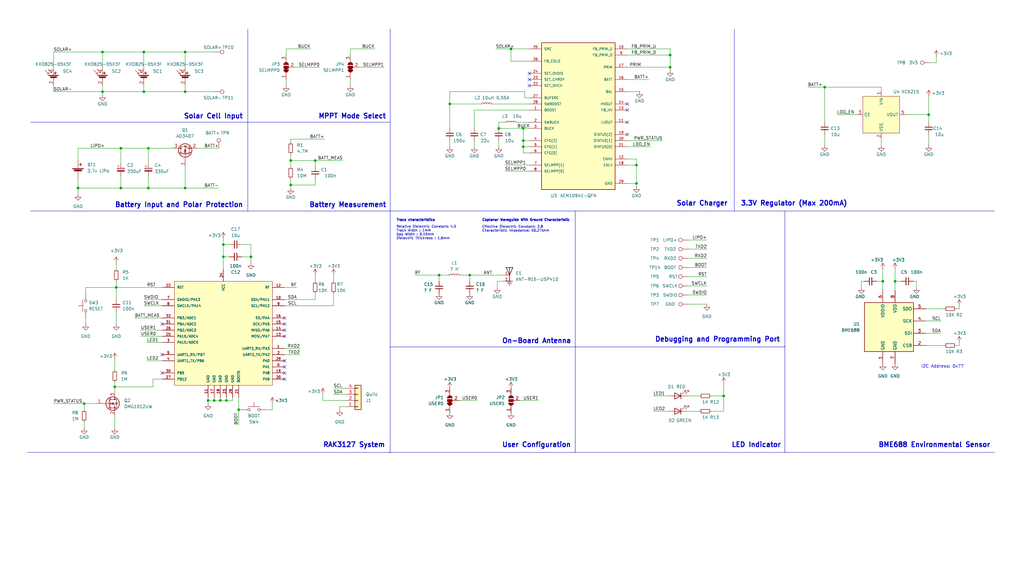
<source format=kicad_sch>
(kicad_sch (version 20230121) (generator eeschema)
  (paper "User" 424.993 240.995)
  (title_block (title "Teapot BWLR1E") (date "2022-10-22") (rev "4") (company "Teapot Laboratories"))
  (junction (at 217.17 60.96))
  (junction (at 264.16 76.2))
  (junction (at 34.925 167.64))
  (junction (at 207.01 53.34))
  (junction (at 212.09 20.32))
  (junction (at 76.835 38.1))
  (junction (at 217.17 53.34))
  (junction (at 182.245 114.3))
  (junction (at 50.165 78.105))
  (junction (at 120.65 66.675))
  (junction (at 47.625 160.655))
  (junction (at 59.69 21.59))
  (junction (at 42.545 21.59))
  (junction (at 86.36 166.37))
  (junction (at 50.165 61.595))
  (junction (at 385.445 47.625))
  (junction (at 91.44 166.37))
  (junction (at 104.14 106.68))
  (junction (at 59.69 38.1))
  (junction (at 76.835 78.105))
  (junction (at 42.545 38.1))
  (junction (at 61.595 61.595))
  (junction (at 32.385 78.105))
  (junction (at 278.13 22.86))
  (junction (at 88.9 166.37))
  (junction (at 130.81 66.675))
  (junction (at 264.16 68.58))
  (junction (at 366.395 116.84))
  (junction (at 300.355 164.465))
  (junction (at 194.945 114.3))
  (junction (at 76.835 21.59))
  (junction (at 278.13 27.94))
  (junction (at 371.475 116.84))
  (junction (at 99.06 170.18))
  (junction (at 48.26 119.38))
  (junction (at 342.265 36.195))
  (junction (at 61.595 78.105))
  (junction (at 92.71 101.6))
  (junction (at 92.71 106.68))
  (junction (at 120.65 76.835))
  (junction (at 93.98 166.37))
  (junction (at 186.69 43.18))
  (junction (at 217.17 58.42))
  (no_connect (at 219.71 33.02))
  (no_connect (at 219.71 35.56))
  (no_connect (at 219.71 30.48))
  (no_connect (at 260.35 50.8))
  (no_connect (at 260.35 45.72))
  (no_connect (at 260.35 55.88))
  (no_connect (at 118.11 154.94))
  (no_connect (at 118.11 157.48))
  (no_connect (at 260.35 43.18))
  (no_connect (at 118.11 152.4))
  (no_connect (at 67.31 147.32))
  (no_connect (at 67.31 154.94))
  (no_connect (at 67.31 134.62))
  (no_connect (at 118.11 149.86))
  (no_connect (at 118.11 137.16))
  (no_connect (at 118.11 139.7))
  (no_connect (at 118.11 134.62))
  (no_connect (at 118.11 132.08))
  (wire (pts (xy 278.13 22.86) (xy 278.13 27.94)))
  (wire (pts (xy 61.595 73.025) (xy 61.595 78.105)))
  (wire (pts (xy 260.35 27.94) (xy 278.13 27.94)))
  (wire (pts (xy 76.835 38.1) (xy 88.9 38.1)))
  (wire (pts (xy 398.145 127) (xy 398.145 128.27)))
  (wire (pts (xy 384.175 133.35) (xy 390.525 133.35)))
  (polyline (pts (xy 86.36 87.63) (xy 127 87.63)))
  (wire (pts (xy 81.915 61.595) (xy 90.805 61.595)))
  (wire (pts (xy 96.52 166.37) (xy 93.98 166.37)))
  (wire (pts (xy 35.56 121.92) (xy 35.56 119.38)))
  (wire (pts (xy 380.365 116.84) (xy 380.365 119.38)))
  (wire (pts (xy 145.415 20.32) (xy 145.415 22.86)))
  (wire (pts (xy 34.925 175.26) (xy 34.925 177.8)))
  (wire (pts (xy 42.545 38.1) (xy 42.545 39.37)))
  (wire (pts (xy 207.01 50.8) (xy 207.01 53.34)))
  (wire (pts (xy 22.225 167.64) (xy 34.925 167.64)))
  (wire (pts (xy 207.01 53.34) (xy 217.17 53.34)))
  (wire (pts (xy 59.69 21.59) (xy 59.69 27.94)))
  (wire (pts (xy 182.245 114.3) (xy 182.245 116.84)))
  (wire (pts (xy 260.35 38.1) (xy 265.43 38.1)))
  (wire (pts (xy 217.17 53.34) (xy 217.17 58.42)))
  (wire (pts (xy 285.115 164.465) (xy 290.195 164.465)))
  (wire (pts (xy 120.65 57.785) (xy 120.65 59.055)))
  (wire (pts (xy 99.06 170.18) (xy 99.06 176.53)))
  (wire (pts (xy 22.225 21.59) (xy 42.545 21.59)))
  (wire (pts (xy 194.945 114.3) (xy 194.945 116.84)))
  (wire (pts (xy 217.805 40.64) (xy 217.805 38.1)))
  (wire (pts (xy 138.43 121.92) (xy 138.43 127)))
  (polyline (pts (xy 304.8 12.065) (xy 304.8 87.63)))
  (wire (pts (xy 76.835 21.59) (xy 88.9 21.59)))
  (wire (pts (xy 130.81 66.675) (xy 130.81 69.215)))
  (wire (pts (xy 59.69 124.46) (xy 67.31 124.46)))
  (wire (pts (xy 104.14 101.6) (xy 104.14 106.68)))
  (wire (pts (xy 76.835 35.56) (xy 76.835 38.1)))
  (wire (pts (xy 145.415 33.02) (xy 145.415 35.56)))
  (wire (pts (xy 371.475 116.84) (xy 374.015 116.84)))
  (wire (pts (xy 120.65 66.675) (xy 130.81 66.675)))
  (wire (pts (xy 186.69 38.1) (xy 186.69 43.18)))
  (wire (pts (xy 206.375 116.84) (xy 208.915 116.84)))
  (wire (pts (xy 88.9 166.37) (xy 86.36 166.37)))
  (wire (pts (xy 398.145 143.51) (xy 396.875 143.51)))
  (wire (pts (xy 47.625 158.75) (xy 47.625 160.655)))
  (wire (pts (xy 155.575 20.32) (xy 145.415 20.32)))
  (wire (pts (xy 384.175 138.43) (xy 390.525 138.43)))
  (wire (pts (xy 342.265 36.195) (xy 342.265 50.8)))
  (wire (pts (xy 93.98 166.37) (xy 91.44 166.37)))
  (polyline (pts (xy 12.7 50.8) (xy 62.23 50.8)))
  (wire (pts (xy 182.245 114.3) (xy 186.055 114.3)))
  (wire (pts (xy 120.65 66.675) (xy 120.65 64.135)))
  (wire (pts (xy 190.5 166.37) (xy 198.12 166.37)))
  (wire (pts (xy 196.85 58.42) (xy 196.85 60.96)))
  (wire (pts (xy 63.5 157.48) (xy 67.31 157.48)))
  (polyline (pts (xy 238.76 187.96) (xy 325.755 187.96)))
  (wire (pts (xy 50.165 73.025) (xy 50.165 78.105)))
  (wire (pts (xy 59.69 21.59) (xy 76.835 21.59)))
  (wire (pts (xy 91.44 165.1) (xy 91.44 166.37)))
  (wire (pts (xy 219.71 60.96) (xy 217.17 60.96)))
  (wire (pts (xy 120.65 57.785) (xy 134.62 57.785)))
  (wire (pts (xy 366.395 111.76) (xy 366.395 116.84)))
  (wire (pts (xy 130.81 66.675) (xy 142.24 66.675)))
  (wire (pts (xy 385.445 55.88) (xy 385.445 60.325)))
  (wire (pts (xy 285.75 99.695) (xy 293.37 99.695)))
  (wire (pts (xy 120.65 74.295) (xy 120.65 76.835)))
  (wire (pts (xy 50.165 61.595) (xy 50.165 67.945)))
  (wire (pts (xy 92.71 106.68) (xy 92.71 111.76)))
  (wire (pts (xy 384.175 143.51) (xy 391.795 143.51)))
  (wire (pts (xy 358.775 116.84) (xy 357.505 116.84)))
  (wire (pts (xy 50.165 61.595) (xy 61.595 61.595)))
  (wire (pts (xy 209.55 71.12) (xy 219.71 71.12)))
  (wire (pts (xy 260.35 20.32) (xy 278.13 20.32)))
  (polyline (pts (xy 102.87 87.63) (xy 102.87 50.8)))
  (wire (pts (xy 186.69 43.18) (xy 199.39 43.18)))
  (wire (pts (xy 295.275 170.815) (xy 300.355 170.815)))
  (wire (pts (xy 67.31 139.7) (xy 58.42 139.7)))
  (wire (pts (xy 88.9 165.1) (xy 88.9 166.37)))
  (wire (pts (xy 385.445 47.625) (xy 385.445 50.8)))
  (wire (pts (xy 48.26 119.38) (xy 48.26 116.84)))
  (polyline (pts (xy 284.48 87.63) (xy 295.275 87.63)))
  (wire (pts (xy 278.13 20.32) (xy 278.13 22.86)))
  (wire (pts (xy 61.595 61.595) (xy 71.755 61.595)))
  (wire (pts (xy 133.985 166.37) (xy 143.51 166.37)))
  (wire (pts (xy 76.835 21.59) (xy 76.835 27.94)))
  (wire (pts (xy 138.43 114.3) (xy 138.43 116.84)))
  (wire (pts (xy 92.71 106.68) (xy 95.25 106.68)))
  (wire (pts (xy 118.745 33.02) (xy 118.745 35.56)))
  (wire (pts (xy 264.16 76.2) (xy 264.16 77.47)))
  (wire (pts (xy 264.16 66.04) (xy 264.16 68.58)))
  (wire (pts (xy 48.26 129.54) (xy 48.26 134.62)))
  (wire (pts (xy 113.03 170.18) (xy 110.49 170.18)))
  (wire (pts (xy 212.09 20.32) (xy 212.09 25.4)))
  (wire (pts (xy 285.75 126.365) (xy 293.37 126.365)))
  (wire (pts (xy 22.225 38.1) (xy 22.225 35.56)))
  (wire (pts (xy 385.445 40.005) (xy 385.445 47.625)))
  (wire (pts (xy 138.43 161.29) (xy 143.51 161.29)))
  (wire (pts (xy 140.97 168.91) (xy 140.97 170.18)))
  (wire (pts (xy 260.35 22.86) (xy 278.13 22.86)))
  (wire (pts (xy 219.71 25.4) (xy 212.09 25.4)))
  (wire (pts (xy 32.385 61.595) (xy 50.165 61.595)))
  (wire (pts (xy 386.08 26.035) (xy 388.62 26.035)))
  (polyline (pts (xy 161.925 87.63) (xy 161.925 187.96)))
  (wire (pts (xy 42.545 35.56) (xy 42.545 38.1)))
  (wire (pts (xy 205.74 20.32) (xy 212.09 20.32)))
  (wire (pts (xy 120.65 66.675) (xy 120.65 69.215)))
  (wire (pts (xy 285.75 122.555) (xy 293.37 122.555)))
  (wire (pts (xy 194.945 114.3) (xy 208.915 114.3)))
  (wire (pts (xy 63.5 160.655) (xy 63.5 157.48)))
  (wire (pts (xy 130.81 74.295) (xy 130.81 76.835)))
  (wire (pts (xy 206.375 119.38) (xy 206.375 116.84)))
  (wire (pts (xy 260.35 76.2) (xy 264.16 76.2)))
  (wire (pts (xy 366.395 116.84) (xy 363.855 116.84)))
  (polyline (pts (xy 62.23 50.8) (xy 127 50.8)))
  (wire (pts (xy 379.095 116.84) (xy 380.365 116.84)))
  (wire (pts (xy 285.75 103.505) (xy 293.37 103.505)))
  (wire (pts (xy 22.225 21.59) (xy 22.225 27.94)))
  (wire (pts (xy 113.03 167.64) (xy 113.03 170.18)))
  (wire (pts (xy 219.71 40.64) (xy 217.805 40.64)))
  (wire (pts (xy 47.625 149.225) (xy 47.625 153.67)))
  (wire (pts (xy 92.71 101.6) (xy 95.25 101.6)))
  (wire (pts (xy 285.75 107.315) (xy 293.37 107.315)))
  (wire (pts (xy 42.545 21.59) (xy 59.69 21.59)))
  (wire (pts (xy 207.01 58.42) (xy 207.01 60.96)))
  (wire (pts (xy 219.71 58.42) (xy 217.17 58.42)))
  (wire (pts (xy 100.33 106.68) (xy 104.14 106.68)))
  (wire (pts (xy 260.35 66.04) (xy 264.16 66.04)))
  (wire (pts (xy 133.985 163.83) (xy 133.985 166.37)))
  (polyline (pts (xy 161.925 12.065) (xy 161.925 87.63)))
  (wire (pts (xy 48.26 109.22) (xy 48.26 111.76)))
  (wire (pts (xy 285.115 170.815) (xy 290.195 170.815)))
  (wire (pts (xy 34.925 167.64) (xy 40.005 167.64)))
  (wire (pts (xy 186.69 43.18) (xy 186.69 53.34)))
  (wire (pts (xy 118.745 20.32) (xy 118.745 22.86)))
  (wire (pts (xy 365.76 57.785) (xy 365.76 60.325)))
  (wire (pts (xy 285.75 118.745) (xy 293.37 118.745)))
  (wire (pts (xy 138.43 163.83) (xy 143.51 163.83)))
  (wire (pts (xy 219.71 45.72) (xy 196.85 45.72)))
  (wire (pts (xy 271.145 170.815) (xy 277.495 170.815)))
  (wire (pts (xy 32.385 78.105) (xy 32.385 80.645)))
  (wire (pts (xy 217.17 63.5) (xy 217.17 60.96)))
  (wire (pts (xy 260.35 68.58) (xy 264.16 68.58)))
  (wire (pts (xy 357.505 116.84) (xy 357.505 119.38)))
  (wire (pts (xy 295.275 164.465) (xy 300.355 164.465)))
  (wire (pts (xy 86.36 166.37) (xy 86.36 167.64)))
  (wire (pts (xy 47.625 172.72) (xy 47.625 177.8)))
  (wire (pts (xy 22.225 38.1) (xy 42.545 38.1)))
  (wire (pts (xy 34.925 167.64) (xy 34.925 170.18)))
  (wire (pts (xy 32.385 61.595) (xy 32.385 66.675)))
  (wire (pts (xy 55.88 132.08) (xy 67.31 132.08)))
  (wire (pts (xy 209.55 50.8) (xy 207.01 50.8)))
  (wire (pts (xy 120.65 76.835) (xy 120.65 78.105)))
  (wire (pts (xy 130.81 76.835) (xy 120.65 76.835)))
  (wire (pts (xy 93.98 165.1) (xy 93.98 166.37)))
  (wire (pts (xy 32.385 74.295) (xy 32.385 78.105)))
  (wire (pts (xy 48.26 119.38) (xy 67.31 119.38)))
  (wire (pts (xy 48.26 119.38) (xy 48.26 124.46)))
  (wire (pts (xy 398.145 128.27) (xy 396.875 128.27)))
  (wire (pts (xy 35.56 132.08) (xy 35.56 134.62)))
  (wire (pts (xy 92.71 101.6) (xy 92.71 106.68)))
  (polyline (pts (xy 325.755 187.96) (xy 412.75 187.96)))
  (wire (pts (xy 388.62 26.035) (xy 388.62 23.495)))
  (wire (pts (xy 92.71 99.06) (xy 92.71 101.6)))
  (wire (pts (xy 204.47 43.18) (xy 219.71 43.18)))
  (wire (pts (xy 260.35 33.02) (xy 269.24 33.02)))
  (wire (pts (xy 99.06 170.18) (xy 100.33 170.18)))
  (wire (pts (xy 191.135 114.3) (xy 194.945 114.3)))
  (polyline (pts (xy 161.29 187.96) (xy 238.76 187.96)))
  (wire (pts (xy 264.16 68.58) (xy 264.16 76.2)))
  (wire (pts (xy 59.69 35.56) (xy 59.69 38.1)))
  (wire (pts (xy 186.69 58.42) (xy 186.69 60.96)))
  (wire (pts (xy 122.555 27.94) (xy 132.715 27.94)))
  (wire (pts (xy 47.625 160.655) (xy 63.5 160.655)))
  (wire (pts (xy 215.9 166.37) (xy 223.52 166.37)))
  (polyline (pts (xy 325.755 187.96) (xy 325.755 87.63)))
  (wire (pts (xy 172.085 114.3) (xy 182.245 114.3)))
  (wire (pts (xy 47.625 160.655) (xy 47.625 162.56)))
  (wire (pts (xy 118.11 119.38) (xy 123.19 119.38)))
  (wire (pts (xy 219.71 63.5) (xy 217.17 63.5)))
  (wire (pts (xy 214.63 50.8) (xy 219.71 50.8)))
  (polyline (pts (xy 325.755 144.145) (xy 325.755 143.51)))
  (polyline (pts (xy 161.925 144.145) (xy 238.76 144.145)))
  (wire (pts (xy 143.51 168.91) (xy 140.97 168.91)))
  (wire (pts (xy 212.09 20.32) (xy 219.71 20.32)))
  (wire (pts (xy 61.595 78.105) (xy 76.835 78.105)))
  (wire (pts (xy 61.595 61.595) (xy 61.595 67.945)))
  (wire (pts (xy 285.75 114.935) (xy 293.37 114.935)))
  (wire (pts (xy 398.145 142.24) (xy 398.145 143.51)))
  (polyline (pts (xy 12.7 87.63) (xy 86.36 87.63)))
  (wire (pts (xy 128.905 20.32) (xy 118.745 20.32)))
  (wire (pts (xy 342.265 55.88) (xy 342.265 60.325)))
  (wire (pts (xy 217.17 53.34) (xy 219.71 53.34)))
  (wire (pts (xy 99.06 165.1) (xy 99.06 170.18)))
  (wire (pts (xy 50.165 78.105) (xy 61.595 78.105)))
  (wire (pts (xy 335.28 36.195) (xy 342.265 36.195)))
  (wire (pts (xy 91.44 166.37) (xy 88.9 166.37)))
  (wire (pts (xy 130.81 121.92) (xy 130.81 124.46)))
  (wire (pts (xy 260.35 60.96) (xy 269.875 60.96)))
  (wire (pts (xy 130.81 114.3) (xy 130.81 116.84)))
  (wire (pts (xy 100.33 101.6) (xy 104.14 101.6)))
  (wire (pts (xy 278.13 27.94) (xy 278.13 29.21)))
  (wire (pts (xy 86.36 165.1) (xy 86.36 166.37)))
  (wire (pts (xy 209.55 68.58) (xy 219.71 68.58)))
  (wire (pts (xy 366.395 116.84) (xy 366.395 120.65)))
  (wire (pts (xy 342.265 36.195) (xy 365.76 36.195)))
  (wire (pts (xy 67.31 137.16) (xy 58.42 137.16)))
  (wire (pts (xy 76.835 78.105) (xy 90.805 78.105)))
  (wire (pts (xy 371.475 116.84) (xy 371.475 120.65)))
  (polyline (pts (xy 127 87.63) (xy 284.48 87.63)))
  (wire (pts (xy 42.545 21.59) (xy 42.545 27.94)))
  (wire (pts (xy 371.475 111.76) (xy 371.475 116.84)))
  (wire (pts (xy 118.11 144.78) (xy 124.46 144.78)))
  (wire (pts (xy 384.175 128.27) (xy 391.795 128.27)))
  (wire (pts (xy 118.11 147.32) (xy 124.46 147.32)))
  (wire (pts (xy 42.545 38.1) (xy 59.69 38.1)))
  (polyline (pts (xy 102.87 12.065) (xy 102.87 50.8)))
  (polyline (pts (xy 11.43 187.96) (xy 161.925 187.96)))
  (wire (pts (xy 300.355 164.465) (xy 300.355 170.815)))
  (wire (pts (xy 118.11 124.46) (xy 130.81 124.46)))
  (wire (pts (xy 59.69 127) (xy 67.31 127)))
  (wire (pts (xy 67.31 149.86) (xy 60.96 149.86)))
  (wire (pts (xy 186.69 38.1) (xy 217.805 38.1)))
  (wire (pts (xy 59.69 38.1) (xy 76.835 38.1)))
  (polyline (pts (xy 238.76 144.145) (xy 325.755 144.145)))
  (wire (pts (xy 260.35 58.42) (xy 274.955 58.42)))
  (wire (pts (xy 67.31 142.24) (xy 60.96 142.24)))
  (wire (pts (xy 76.835 69.215) (xy 76.835 78.105)))
  (polyline (pts (xy 238.76 187.96) (xy 238.76 87.63)))
  (wire (pts (xy 196.85 45.72) (xy 196.85 53.34)))
  (wire (pts (xy 271.145 164.465) (xy 277.495 164.465)))
  (wire (pts (xy 365.76 36.195) (xy 365.76 37.465)))
  (wire (pts (xy 375.92 47.625) (xy 385.445 47.625)))
  (wire (pts (xy 347.345 47.625) (xy 355.6 47.625)))
  (wire (pts (xy 118.11 127) (xy 138.43 127)))
  (wire (pts (xy 32.385 78.105) (xy 50.165 78.105)))
  (wire (pts (xy 217.17 60.96) (xy 217.17 58.42)))
  (wire (pts (xy 96.52 165.1) (xy 96.52 166.37)))
  (wire (pts (xy 285.75 111.125) (xy 293.37 111.125)))
  (wire (pts (xy 149.225 27.94) (xy 159.385 27.94)))
  (wire (pts (xy 104.14 106.68) (xy 104.14 109.22)))
  (wire (pts (xy 35.56 119.38) (xy 48.26 119.38)))
  (polyline (pts (xy 127 50.8) (xy 161.925 50.8)))
  (wire (pts (xy 300.355 159.385) (xy 300.355 164.465)))
  (polyline (pts (xy 295.275 87.63) (xy 412.75 87.63)))
  (text "On-Board Antenna" (at 208.28 142.875 0) (effects (font (size 2 2) (thickness 0.4) bold) (justify left bottom)))
  (text "Effective Dielectric Constant: 2.8\nCharacteristic Impedance: 50.27ohm" (at 200.025 96.52 0) (effects (font (size 1 1)) (justify left bottom)))
  (text "RAK3127 System" (at 133.985 186.055 0) (effects (font (size 2 2) (thickness 0.4) bold) (justify left bottom)))
  (text "MPPT Mode Select" (at 132.08 49.53 0) (effects (font (size 2 2) (thickness 0.4) bold) (justify left bottom)))
  (text "BME688 Environmental Sensor" (at 364.49 186.055 0) (effects (font (size 2 2) (thickness 0.4) bold) (justify left bottom)))
  (text "LED Indicator" (at 303.53 186.055 0) (effects (font (size 2 2) (thickness 0.4) bold) (justify left bottom)))
  (text "Coplanar Waveguide With Ground Characteristic" (at 200.025 92.075 0) (effects (font (size 1 1) (thickness 0.254) bold) (justify left bottom)))
  (text "Solar Cell Input" (at 76.2 49.53 0) (effects (font (size 2 2) (thickness 0.4) bold) (justify left bottom)))
  (text "Solar Charger" (at 280.67 85.725 0) (effects (font (size 2 2) (thickness 0.4) bold) (justify left bottom)))
  (text "Battery Measurement" (at 128.27 86.36 0) (effects (font (size 2 2) (thickness 0.4) bold) (justify left bottom)))
  (text "Trace characteristics" (at 164.465 92.075 0) (effects (font (size 1 1) (thickness 0.254) bold) (justify left bottom)))
  (text "I2C Address: 0x77" (at 382.27 153.035 0) (effects (font (size 1.27 1.27)) (justify left bottom)))
  (text "Battery Input and Polar Protection" (at 47.625 86.36 0) (effects (font (size 2 2) (thickness 0.4) bold) (justify left bottom)))
  (text "User Configuration" (at 208.28 186.055 0) (effects (font (size 2 2) (thickness 0.4) bold) (justify left bottom)))
  (text "3.3V Regulator (Max 200mA)" (at 307.34 85.725 0) (effects (font (size 2 2) (thickness 0.4) bold) (justify left bottom)))
  (text "Relative Dielectric Constant: 4.5\nTrack Width : 1mm\nGap Width : 0.15mm\nDielectric Thickness : 1.6mm" (at 164.465 99.695 0) (effects (font (size 1 1)) (justify left bottom)))
  (text "Debugging and Programming Port" (at 271.78 142.24 0) (effects (font (size 2 2) (thickness 0.4) bold) (justify left bottom)))
  (label "FB_PRIM_D" (at 272.415 22.86 180))
  (label "TXD2" (at 293.37 103.505 180))
  (label "SWCLK" (at 293.37 118.745 180))
  (label "RF" (at 172.085 114.3 0))
  (label "BUCK" (at 128.905 20.32 180))
  (label "SOLAR+" (at 205.74 20.32 0))
  (label "LED1" (at 60.96 142.24 0))
  (label "BUCK" (at 155.575 20.32 180))
  (label "BATT_MEAS" (at 55.88 132.08 0))
  (label "SOLAR-" (at 22.225 38.1 0))
  (label "SOLAR+" (at 22.225 21.59 0))
  (label "SCL" (at 390.525 133.35 180))
  (label "LIPO+" (at 293.37 99.695 180))
  (label "BOOT" (at 99.06 176.53 90))
  (label "PRIM" (at 266.065 27.94 180))
  (label "SDA" (at 123.19 124.46 180))
  (label "USER0" (at 58.42 139.7 0))
  (label "BOOT" (at 293.37 111.125 180))
  (label "SWDIO" (at 59.69 124.46 0))
  (label "BATT+" (at 134.62 57.785 180))
  (label "RST" (at 293.37 114.935 180))
  (label "SELMPP1" (at 159.385 27.94 180))
  (label "USER1" (at 58.42 137.16 0))
  (label "SCL" (at 138.43 161.29 0))
  (label "LDO_EN" (at 269.875 60.96 180))
  (label "FB_PRIM_U" (at 272.415 20.32 180))
  (label "BUCK" (at 214.63 53.34 0))
  (label "SDA" (at 138.43 163.83 0))
  (label "SELMPP0" (at 209.55 71.12 0))
  (label "RXD2" (at 124.46 144.78 180))
  (label "BATT-" (at 90.805 78.105 180))
  (label "SELMPP1" (at 209.55 68.58 0))
  (label "TXD2" (at 124.46 147.32 180))
  (label "RF" (at 123.19 119.38 180))
  (label "RXD2" (at 293.37 107.315 180))
  (label "USER1" (at 223.52 166.37 180))
  (label "BATT+" (at 269.24 33.02 180))
  (label "BATT+" (at 90.805 61.595 180))
  (label "BATT+" (at 335.28 36.195 0))
  (label "LED1" (at 271.145 164.465 0))
  (label "PWR_STATUS" (at 274.955 58.42 180))
  (label "SWDIO" (at 293.37 122.555 180))
  (label "LED2" (at 60.96 149.86 0))
  (label "RST" (at 60.96 119.38 0))
  (label "LED2" (at 271.145 170.815 0))
  (label "BATT_MEAS" (at 142.24 66.675 180))
  (label "LIPO+" (at 37.465 61.595 0))
  (label "ANT" (at 200.66 114.3 0))
  (label "SWCLK" (at 59.69 127 0))
  (label "SELMPP0" (at 132.715 27.94 180))
  (label "USER0" (at 198.12 166.37 180))
  (label "PWR_STATUS" (at 22.225 167.64 0))
  (label "SDA" (at 390.525 138.43 180))
  (label "LDO_EN" (at 347.345 47.625 0))
  (label "SCL" (at 123.19 127 180))
  (symbol (lib_id "Teapot:RAK3172") (at 92.71 138.43 0) (unit 1)
    (property "Reference" "U2" (effects hide))
    (property "Value" "RAK3172" (effects hide))
    (property "Footprint" "Teapot:RAK3172" (effects hide))
  )
  (symbol (lib_id "Connector:TestPoint") (at 285.75 114.935 90) (unit 1)
    (property "Reference" "TP5" (at 271.78 114.935 90))
    (property "Value" "RST" (at 279.4 114.935 90))
    (property "Footprint" "TestPoint:TestPoint_Pad_D1.0mm" (effects hide))
  )
  (symbol (lib_id "power:GND") (at 265.43 38.1 0) (unit 1)
    (property "Reference" "#PWR0118" (effects hide))
    (property "Value" "GND" (at 265.43 41.91 0))
  )
  (symbol (lib_id "power:+3V3") (at 47.625 149.225 0) (mirror y) (unit 1)
    (property "Reference" "#PWR0114" (effects hide))
    (property "Value" "+3V3" (at 41.275 147.955 0) (effects (justify right)))
  )
  (symbol (lib_id "power:GND") (at 35.56 134.62 0) (unit 1)
    (property "Reference" "#PWR017" (effects hide))
    (property "Value" "GND" (at 35.56 139.7 0))
  )
  (symbol (lib_id "Device:C_Small") (at 130.81 71.755 0) (unit 1)
    (property "Reference" "C1" (at 135.89 70.485 0) (effects (justify right)))
    (property "Value" "100n" (at 139.7 73.025 0) (effects (justify right)))
    (property "Footprint" "Capacitor_SMD:C_0603_1608Metric_Pad1.08x0.95mm_HandSolder" (effects hide))
  )
  (symbol (lib_id "power:GND") (at 385.445 60.325 0) (unit 1)
    (property "Reference" "#PWR0133" (effects hide))
    (property "Value" "GND" (at 385.445 64.135 0))
  )
  (symbol (lib_id "Device:R_Small") (at 292.735 170.815 270) (mirror x) (unit 1)
    (property "Reference" "R13" (at 296.545 173.355 90))
    (property "Value" "1K" (at 292.735 173.355 90))
    (property "Footprint" "Resistor_SMD:R_0603_1608Metric_Pad0.98x0.95mm_HandSolder" (effects hide))
  )
  (symbol (lib_id "Connector_Generic:Conn_01x04") (at 148.59 166.37 0) (mirror x) (unit 1)
    (property "Reference" "J1" (at 151.765 166.37 0) (effects (justify left)))
    (property "Value" "Qwiic" (at 151.765 163.83 0) (effects (justify left)))
    (property "Footprint" "Connector_JST:JST_SH_SM04B-SRSS-TB_1x04-1MP_P1.00mm_Horizontal" (effects hide))
  )
  (symbol (lib_id "power:GND") (at 264.16 77.47 0) (unit 1)
    (property "Reference" "#PWR0109" (effects hide))
    (property "Value" "GND" (at 264.16 81.28 0))
  )
  (symbol (lib_id "Device:R_Small") (at 130.81 119.38 0) (unit 1)
    (property "Reference" "R6" (at 132.08 118.11 0) (effects (justify left)))
    (property "Value" "10K" (at 132.08 120.65 0) (effects (justify left)))
    (property "Footprint" "Resistor_SMD:R_0603_1608Metric_Pad0.98x0.95mm_HandSolder" (effects hide))
  )
  (symbol (lib_id "Device:LED") (at 281.305 170.815 180) (unit 1)
    (property "Reference" "D2" (at 278.765 174.625 0))
    (property "Value" "GREEN" (at 283.845 174.625 0))
    (property "Footprint" "LED_SMD:LED_0603_1608Metric_Pad1.05x0.95mm_HandSolder" (effects hide))
  )
  (symbol (lib_id "power:+3V3") (at 398.145 127 0) (mirror y) (unit 1)
    (property "Reference" "#PWR0119" (effects hide))
    (property "Value" "+3V3" (at 395.605 123.19 0) (effects (justify right)))
  )
  (symbol (lib_id "power:GND") (at 32.385 80.645 0) (unit 1)
    (property "Reference" "#PWR013" (effects hide))
    (property "Value" "GND" (at 32.385 85.725 0))
  )
  (symbol (lib_id "power:GND") (at 182.245 121.92 0) (unit 1)
    (property "Reference" "#PWR0105" (effects hide))
    (property "Value" "GND" (at 182.245 125.73 0))
  )
  (symbol (lib_id "Connector:TestPoint") (at 285.75 99.695 90) (unit 1)
    (property "Reference" "TP1" (at 271.78 99.695 90))
    (property "Value" "LIPO+" (at 278.13 99.695 90))
    (property "Footprint" "TestPoint:TestPoint_Pad_D1.0mm" (effects hide))
  )
  (symbol (lib_id "power:+3V3") (at 212.09 161.29 0) (mirror y) (unit 1)
    (property "Reference" "#PWR0108" (effects hide))
    (property "Value" "+3V3" (at 209.55 157.48 0) (effects (justify right)))
  )
  (symbol (lib_id "power:GND") (at 86.36 167.64 0) (unit 1)
    (property "Reference" "#PWR021" (effects hide))
    (property "Value" "GND" (at 86.36 172.72 0))
  )
  (symbol (lib_id "power:+3V3") (at 300.355 159.385 0) (mirror y) (unit 1)
    (property "Reference" "#PWR0130" (effects hide))
    (property "Value" "+3V3" (at 297.815 155.575 0) (effects (justify right)))
  )
  (symbol (lib_id "Sensor:BME680") (at 368.935 135.89 0) (unit 1)
    (property "Reference" "U1" (at 356.87 134.62 0) (effects (justify right)))
    (property "Value" "BME688" (at 356.87 137.16 0) (effects (justify right)))
    (property "Footprint" "Teapot:BME680-PSON80P300X300X100-8N" (effects hide))
    (property "Datasheet" "https://ae-bst.resource.bosch.com/media/_tech/media/datasheets/BST-BME680-DS001.pdf" (effects hide))
  )
  (symbol (lib_id "Jumper:SolderJumper_3_Open") (at 212.09 166.37 90) (unit 1)
    (property "Reference" "JP2" (at 209.55 165.0999 90) (effects (justify left)))
    (property "Value" "USER1" (at 209.55 167.6399 90) (effects (justify left)))
    (property "Footprint" "Jumper:SolderJumper-3_P1.3mm_Open_RoundedPad1.0x1.5mm" (effects hide))
  )
  (symbol (lib_id "power:GND") (at 366.395 151.13 0) (unit 1)
    (property "Reference" "#PWR06" (effects hide))
    (property "Value" "GND" (at 366.395 156.21 0))
  )
  (symbol (lib_id "power:GND") (at 357.505 119.38 0) (unit 1)
    (property "Reference" "#PWR04" (effects hide))
    (property "Value" "GND" (at 354.965 123.19 0) (effects (justify left)))
  )
  (symbol (lib_id "power:GND") (at 207.01 60.96 0) (unit 1)
    (property "Reference" "#PWR0111" (effects hide))
    (property "Value" "GND" (at 207.01 64.77 0))
  )
  (symbol (lib_id "Device:C_Small") (at 361.315 116.84 90) (mirror x) (unit 1)
    (property "Reference" "C3" (at 361.315 113.03 90) (effects (justify right)))
    (property "Value" "100n" (at 354.965 113.03 90) (effects (justify right)))
    (property "Footprint" "Capacitor_SMD:C_0603_1608Metric_Pad1.08x0.95mm_HandSolder" (effects hide))
  )
  (symbol (lib_id "power:+3V3") (at 133.985 163.83 0) (mirror y) (unit 1)
    (property "Reference" "#PWR07" (effects hide))
    (property "Value" "+3V3" (at 127.635 162.56 0) (effects (justify right)))
  )
  (symbol (lib_id "power:GND") (at 196.85 60.96 0) (unit 1)
    (property "Reference" "#PWR0110" (effects hide))
    (property "Value" "GND" (at 196.85 64.77 0))
  )
  (symbol (lib_id "Device:C_Small") (at 196.85 55.88 0) (unit 1)
    (property "Reference" "C7" (at 201.93 55.88 0) (effects (justify right)))
    (property "Value" "22u" (at 203.2 58.42 0) (effects (justify right)))
    (property "Footprint" "Capacitor_SMD:C_0603_1608Metric_Pad1.08x0.95mm_HandSolder" (effects hide))
    (property "Datasheet" "https://www.mouser.com/datasheet/2/281/1/GRM188R61A226ME15_02A-1985787.pdf" (effects hide))
    (property "Mouser" "https://www.mouser.com/ProductDetail/Murata-Electronics/GRM188R61A226ME15D?qs=eeBpzGFlv%252B8DV%2FrilzyhAw%3D%3D&gclid=Cj0KCQjwn4qWBhCvARIsAFNAMijttFPRtrXWYJjjdc3F7Yr8ZlLfo9gaIVHNlfh9bZOT-ul2jVOpdVYaAk1sEALw_wcB" (effects hide))
  )
  (symbol (lib_id "Device:C_Small") (at 97.79 106.68 270) (unit 1)
    (property "Reference" "C12" (at 97.79 113.03 90))
    (property "Value" "100n" (at 97.79 110.49 90))
    (property "Footprint" "Capacitor_SMD:C_0603_1608Metric_Pad1.08x0.95mm_HandSolder" (effects hide))
  )
  (symbol (lib_id "Device:C_Small") (at 385.445 53.34 0) (unit 1)
    (property "Reference" "C14" (at 391.16 53.34 0) (effects (justify right)))
    (property "Value" "10u" (at 391.795 55.88 0) (effects (justify right)))
    (property "Footprint" "Capacitor_SMD:C_0603_1608Metric_Pad1.08x0.95mm_HandSolder" (effects hide))
    (property "Datasheet" "https://product.tdk.com/system/files/dam/doc/product/capacitor/ceramic/mlcc/catalog/mlcc_commercial_general_en.pdf" (effects hide))
    (property "Mouser" "https://www.mouser.com/ProductDetail/Murata-Electronics/GRM188R61A226ME15D?qs=eeBpzGFlv%252B8DV%2FrilzyhAw%3D%3D&gclid=Cj0KCQjwn4qWBhCvARIsAFNAMijttFPRtrXWYJjjdc3F7Yr8ZlLfo9gaIVHNlfh9bZOT-ul2jVOpdVYaAk1sEALw_wcB" (effects hide))
  )
  (symbol (lib_id "power:GND") (at 212.09 171.45 0) (unit 1)
    (property "Reference" "#PWR0102" (effects hide))
    (property "Value" "GND" (at 212.09 176.53 0))
  )
  (symbol (lib_id "Device:C_Small") (at 182.245 119.38 180) (unit 1)
    (property "Reference" "C15" (at 175.895 118.11 0) (effects (justify right)))
    (property "Value" "? F" (at 175.895 120.65 0) (effects (justify right)))
    (property "Footprint" "Capacitor_SMD:C_0603_1608Metric_Pad1.08x0.95mm_HandSolder" (effects hide))
  )
  (symbol (lib_id "power:GND") (at 34.925 177.8 0) (unit 1)
    (property "Reference" "#PWR0112" (effects hide))
    (property "Value" "GND" (at 34.925 181.61 0))
  )
  (symbol (lib_id "power:GND") (at 104.14 109.22 0) (unit 1)
    (property "Reference" "#PWR024" (effects hide))
    (property "Value" "GND" (at 104.14 114.3 0))
  )
  (symbol (lib_id "power:GND") (at 206.375 119.38 0) (unit 1)
    (property "Reference" "#PWR030" (effects hide))
    (property "Value" "GND" (at 206.375 123.19 0))
  )
  (symbol (lib_id "power:+3V3") (at 186.69 161.29 0) (mirror y) (unit 1)
    (property "Reference" "#PWR0107" (effects hide))
    (property "Value" "+3V3" (at 184.15 157.48 0) (effects (justify right)))
  )
  (symbol (lib_id "power:+3V3") (at 113.03 167.64 0) (unit 1)
    (property "Reference" "#PWR02" (effects hide))
    (property "Value" "+3V3" (at 119.38 166.37 0) (effects (justify right)))
  )
  (symbol (lib_id "power:GND") (at 194.945 121.92 0) (unit 1)
    (property "Reference" "#PWR0106" (effects hide))
    (property "Value" "GND" (at 194.945 125.73 0))
  )
  (symbol (lib_id "power:GND") (at 365.76 60.325 0) (unit 1)
    (property "Reference" "#PWR0132" (effects hide))
    (property "Value" "GND" (at 365.76 64.135 0))
  )
  (symbol (lib_id "power:+3V3") (at 138.43 114.3 0) (mirror y) (unit 1)
    (property "Reference" "#PWR0127" (effects hide))
    (property "Value" "+3V3" (at 135.89 110.49 0) (effects (justify right)))
  )
  (symbol (lib_id "power:+3V3") (at 388.62 23.495 0) (mirror y) (unit 1)
    (property "Reference" "#PWR0134" (effects hide))
    (property "Value" "+3V3" (at 389.89 22.225 0) (effects (justify right)))
  )
  (symbol (lib_id "power:GND") (at 186.69 60.96 0) (unit 1)
    (property "Reference" "#PWR0123" (effects hide))
    (property "Value" "GND" (at 186.69 64.77 0))
  )
  (symbol (lib_id "power:GND") (at 140.97 170.18 0) (unit 1)
    (property "Reference" "#PWR05" (effects hide))
    (property "Value" "GND" (at 140.97 175.26 0))
  )
  (symbol (lib_id "power:+3V3") (at 371.475 111.76 0) (mirror y) (unit 1)
    (property "Reference" "#PWR0103" (effects hide))
    (property "Value" "+3V3" (at 370.205 107.95 0) (effects (justify right)))
  )
  (symbol (lib_id "power:GND") (at 42.545 39.37 0) (unit 1)
    (property "Reference" "#PWR0121" (effects hide))
    (property "Value" "GND" (at 42.545 43.18 0))
  )
  (symbol (lib_id "Device:L_Small") (at 188.595 114.3 90) (unit 1)
    (property "Reference" "L1" (at 188.595 109.22 90))
    (property "Value" "? H" (at 188.595 111.76 90))
    (property "Footprint" "Inductor_SMD:L_0603_1608Metric_Pad1.05x0.95mm_HandSolder" (effects hide))
  )
  (symbol (lib_id "power:GND") (at 293.37 126.365 0) (unit 1)
    (property "Reference" "#PWR0104" (effects hide))
    (property "Value" "GND" (at 293.37 131.445 0))
  )
  (symbol (lib_id "Jumper:SolderJumper_3_Bridged12") (at 118.745 27.94 90) (unit 1)
    (property "Reference" "JP3" (at 116.205 26.6699 90) (effects (justify left)))
    (property "Value" "SELMPP0" (at 116.205 29.2099 90) (effects (justify left)))
    (property "Footprint" "Jumper:SolderJumper-3_P1.3mm_Bridged12_RoundedPad1.0x1.5mm_NumberLabels" (effects hide))
  )
  (symbol (lib_id "power:+3V3") (at 366.395 111.76 0) (mirror y) (unit 1)
    (property "Reference" "#PWR0101" (effects hide))
    (property "Value" "+3V3" (at 361.315 107.95 0) (effects (justify right)))
  )
  (symbol (lib_id "Teapot:XC6220") (at 365.76 40.005 0) (unit 1)
    (property "Reference" "U4" (at 372.11 38.1 0))
    (property "Value" "XC6215" (at 377.825 38.1 0))
    (property "Footprint" "Package_TO_SOT_SMD:SOT-23-5" (effects hide))
    (property "Datasheet" "https://www.mouser.com/datasheet/2/760/TOSL_S_A0009829727_1-2575077.pdf" (effects hide))
  )
  (symbol (lib_id "Switch:SW_Push") (at 35.56 127 90) (unit 1)
    (property "Reference" "SW3" (at 36.83 125.7299 90) (effects (justify right)))
    (property "Value" "RESET" (at 36.83 128.2699 90) (effects (justify right)))
    (property "Footprint" "Button_Switch_SMD:SW_SPST_TL3342" (effects hide))
  )
  (symbol (lib_id "Device:Q_NMOS_GSD") (at 45.085 167.64 0) (unit 1)
    (property "Reference" "Q2" (at 51.435 166.3699 0) (effects (justify left)))
    (property "Value" "DMG1012UW" (at 51.435 168.9099 0) (effects (justify left)))
    (property "Footprint" "Package_TO_SOT_SMD:SOT-323_SC-70" (effects hide))
  )
  (symbol (lib_id "power:GND") (at 48.26 134.62 0) (unit 1)
    (property "Reference" "#PWR019" (effects hide))
    (property "Value" "GND" (at 48.26 139.7 0))
  )
  (symbol (lib_name "Solar_Cell_1") (lib_id "Device:Solar_Cell") (at 76.835 33.02 0) (unit 1)
    (property "Reference" "SC3" (at 80.645 29.5909 0) (effects (justify left)))
    (property "Value" "KXOB25-05X3F" (at 69.215 26.67 0) (effects (justify left)))
    (property "Footprint" "Teapot:KXOB25-05X3F" (effects hide))
  )
  (symbol (lib_id "Connector:TestPoint") (at 88.9 21.59 270) (unit 1)
    (property "Reference" "TP10" (at 94.615 19.685 90))
    (property "Value" "SOLAR+" (at 88.265 19.685 90))
    (property "Footprint" "TestPoint:TestPoint_Pad_D1.5mm" (effects hide))
  )
  (symbol (lib_id "Connector:TestPoint") (at 90.805 61.595 0) (unit 1)
    (property "Reference" "TP9" (at 93.345 55.245 0))
    (property "Value" "BATT+" (at 88.265 55.245 0))
    (property "Footprint" "TestPoint:TestPoint_Pad_D1.0mm" (effects hide))
  )
  (symbol (lib_id "Connector:TestPoint") (at 285.75 126.365 90) (unit 1)
    (property "Reference" "TP7" (at 271.78 126.365 90))
    (property "Value" "GND" (at 278.13 126.365 90))
    (property "Footprint" "TestPoint:TestPoint_Pad_D1.0mm" (effects hide))
  )
  (symbol (lib_id "power:GND") (at 380.365 119.38 0) (mirror y) (unit 1)
    (property "Reference" "#PWR09" (effects hide))
    (property "Value" "GND" (at 381.635 123.19 0) (effects (justify left)))
  )
  (symbol (lib_id "Jumper:SolderJumper_3_Bridged12") (at 186.69 166.37 90) (unit 1)
    (property "Reference" "JP1" (at 184.15 165.0999 90) (effects (justify left)))
    (property "Value" "USER0" (at 184.15 167.6399 90) (effects (justify left)))
    (property "Footprint" "Jumper:SolderJumper-3_P1.3mm_Bridged12_RoundedPad1.0x1.5mm" (effects hide))
  )
  (symbol (lib_id "Device:R_Small") (at 48.26 114.3 0) (unit 1)
    (property "Reference" "R5" (at 50.8 113.0299 0) (effects (justify left)))
    (property "Value" "1K" (at 50.8 115.5699 0) (effects (justify left)))
    (property "Footprint" "Resistor_SMD:R_0603_1608Metric_Pad0.98x0.95mm_HandSolder" (effects hide))
  )
  (symbol (lib_id "power:GND") (at 118.745 35.56 0) (unit 1)
    (property "Reference" "#PWR0124" (effects hide))
    (property "Value" "GND" (at 118.745 39.37 0))
  )
  (symbol (lib_id "Device:L_Small") (at 212.09 50.8 90) (unit 1)
    (property "Reference" "L3" (at 209.55 48.26 90))
    (property "Value" "10u" (at 214.63 48.26 90))
    (property "Footprint" "Inductor_SMD:L_0603_1608Metric_Pad1.05x0.95mm_HandSolder" (effects hide))
    (property "Datasheet" "https://product.tdk.com/system/files/dam/doc/product/inductor/inductor/smd/catalog/inductor_commercial_decoupling_mlz1608_en.pdf" (effects hide))
    (property "Mouser" "https://www.mouser.com/ProductDetail/TDK/MLZ1608M100WT000?qs=%2FPzWLGNeQ%252BhHN1hJXc9KlA%3D%3D" (effects hide))
  )
  (symbol (lib_id "power:GND") (at 120.65 78.105 0) (unit 1)
    (property "Reference" "#PWR0128" (effects hide))
    (property "Value" "GND" (at 120.65 81.915 0))
  )
  (symbol (lib_id "Device:Q_PMOS_GSD") (at 76.835 64.135 90) (unit 1)
    (property "Reference" "Q1" (at 76.835 53.975 90))
    (property "Value" "AO3407" (at 76.835 56.515 90))
    (property "Footprint" "Package_TO_SOT_SMD:SOT-23" (effects hide))
  )
  (symbol (lib_id "power:GND") (at 186.69 171.45 0) (unit 1)
    (property "Reference" "#PWR01" (effects hide))
    (property "Value" "GND" (at 186.69 176.53 0))
  )
  (symbol (lib_id "Device:C_Small") (at 207.01 55.88 0) (unit 1)
    (property "Reference" "C8" (at 212.09 55.88 0) (effects (justify right)))
    (property "Value" "10u" (at 213.36 58.42 0) (effects (justify right)))
    (property "Footprint" "Capacitor_SMD:C_0603_1608Metric_Pad1.08x0.95mm_HandSolder" (effects hide))
    (property "Datasheet" "https://product.tdk.com/system/files/dam/doc/product/capacitor/ceramic/mlcc/catalog/mlcc_commercial_general_en.pdf" (effects hide))
    (property "Mouser" "https://www.mouser.com/ProductDetail/Murata-Electronics/GRM188R61A226ME15D?qs=eeBpzGFlv%252B8DV%2FrilzyhAw%3D%3D&gclid=Cj0KCQjwn4qWBhCvARIsAFNAMijttFPRtrXWYJjjdc3F7Yr8ZlLfo9gaIVHNlfh9bZOT-ul2jVOpdVYaAk1sEALw_wcB" (effects hide))
  )
  (symbol (lib_id "Device:C_Small") (at 186.69 55.88 0) (unit 1)
    (property "Reference" "C6" (at 191.77 55.88 0) (effects (justify right)))
    (property "Value" "150u" (at 193.04 58.42 0) (effects (justify right)))
    (property "Footprint" "Capacitor_SMD:C_1210_3225Metric" (effects hide))
    (property "Datasheet" "https://product.tdk.com/system/files/dam/doc/product/capacitor/ceramic/mlcc/catalog/mlcc_commercial_general_en.pdf" (effects hide))
    (property "Mouser" "https://www.mouser.com/ProductDetail/Murata-Electronics/GRM188R61A226ME15D?qs=eeBpzGFlv%252B8DV%2FrilzyhAw%3D%3D&gclid=Cj0KCQjwn4qWBhCvARIsAFNAMijttFPRtrXWYJjjdc3F7Yr8ZlLfo9gaIVHNlfh9bZOT-ul2jVOpdVYaAk1sEALw_wcB" (effects hide))
  )
  (symbol (lib_id "power:+3V3") (at 398.145 142.24 0) (mirror y) (unit 1)
    (property "Reference" "#PWR0120" (effects hide))
    (property "Value" "+3V3" (at 395.605 138.43 0) (effects (justify right)))
  )
  (symbol (lib_id "power:GND") (at 47.625 177.8 0) (unit 1)
    (property "Reference" "#PWR0113" (effects hide))
    (property "Value" "GND" (at 47.625 181.61 0))
  )
  (symbol (lib_id "Device:C_Polarized_Small") (at 61.595 70.485 0) (unit 1)
    (property "Reference" "C4" (at 64.135 68.6688 0) (effects (justify left)))
    (property "Value" "330uF" (at 64.135 71.2088 0) (effects (justify left)))
    (property "Footprint" "Capacitor_Tantalum_SMD:CP_EIA-3528-15_AVX-H_Pad1.50x2.35mm_HandSolder" (effects hide))
  )
  (symbol (lib_id "Device:C_Polarized_Small") (at 50.165 70.485 0) (unit 1)
    (property "Reference" "C2" (at 52.705 68.6688 0) (effects (justify left)))
    (property "Value" "330uF" (at 52.705 71.2088 0) (effects (justify left)))
    (property "Footprint" "Capacitor_Tantalum_SMD:CP_EIA-3528-15_AVX-H_Pad1.50x2.35mm_HandSolder" (effects hide))
  )
  (symbol (lib_name "Solar_Cell_1") (lib_id "Device:Solar_Cell") (at 59.69 33.02 0) (unit 1)
    (property "Reference" "SC1" (at 63.5 29.5909 0) (effects (justify left)))
    (property "Value" "KXOB25-05X3F" (at 52.07 26.67 0) (effects (justify left)))
    (property "Footprint" "Teapot:KXOB25-05X3F" (effects hide))
  )
  (symbol (lib_id "Connector:TestPoint") (at 285.75 103.505 90) (unit 1)
    (property "Reference" "TP2" (at 271.78 103.505 90))
    (property "Value" "TXD2" (at 278.13 103.505 90))
    (property "Footprint" "TestPoint:TestPoint_Pad_D1.0mm" (effects hide))
  )
  (symbol (lib_id "Connector:TestPoint") (at 285.75 122.555 90) (unit 1)
    (property "Reference" "TP3" (at 271.78 122.555 90))
    (property "Value" "SWDIO" (at 278.13 122.555 90))
    (property "Footprint" "TestPoint:TestPoint_Pad_D1.0mm" (effects hide))
  )
  (symbol (lib_id "Device:R_Small") (at 394.335 143.51 270) (mirror x) (unit 1)
    (property "Reference" "R3" (at 398.145 146.05 90))
    (property "Value" "10K" (at 394.335 146.05 90))
    (property "Footprint" "Resistor_SMD:R_0603_1608Metric_Pad0.98x0.95mm_HandSolder" (effects hide))
  )
  (symbol (lib_id "Teapot:ANT-915-USP410") (at 211.455 114.3 0) (unit 1)
    (property "Reference" "E1" (at 213.995 113.4744 0) (effects (justify left)))
    (property "Value" "ANT-915-USP410" (at 213.995 116.0144 0) (effects (justify left)))
    (property "Footprint" "XDCR_ANT-915-USP410" (effects hide))
    (property "MAXIMUM_PACKAGE_HEIGHT" "2.9 mm" (effects hide))
    (property "MANUFACTURER" "Linx" (effects hide))
    (property "PARTREV" "N/A" (effects hide))
    (property "STANDARD" "Manufacturer Recommendations" (effects hide))
  )
  (symbol (lib_id "Device:L_Small") (at 201.93 43.18 90) (unit 1)
    (property "Reference" "L2" (at 198.12 40.64 90))
    (property "Value" "10uH 0.55A" (at 205.74 40.64 90))
    (property "Footprint" "Teapot:IND_LPS4012-103MRB" (effects hide))
    (property "Datasheet" "https://www.mouser.com/datasheet/2/597/lps4012-1890589.pdf" (effects hide))
    (property "Mouser" "https://www.mouser.com/ProductDetail/Coilcraft/LPS4012-103MRC?qs=QQJxVsr8EGanxcNaj8pdMQ%3D%3D" (effects hide))
  )
  (symbol (lib_id "Device:C_Small") (at 97.79 101.6 270) (unit 1)
    (property "Reference" "C17" (at 97.7836 95.25 90))
    (property "Value" "10u" (at 97.7836 97.79 90))
    (property "Footprint" "Capacitor_SMD:C_0603_1608Metric_Pad1.08x0.95mm_HandSolder" (effects hide))
  )
  (symbol (lib_id "Device:R_Small") (at 34.925 172.72 0) (unit 1)
    (property "Reference" "R8" (at 29.845 171.45 0) (effects (justify left)))
    (property "Value" "1M" (at 29.845 173.99 0) (effects (justify left)))
    (property "Footprint" "Resistor_SMD:R_0603_1608Metric_Pad0.98x0.95mm_HandSolder" (effects hide))
  )
  (symbol (lib_id "power:+3V3") (at 385.445 40.005 0) (mirror y) (unit 1)
    (property "Reference" "#PWR0115" (effects hide))
    (property "Value" "+3V3" (at 386.715 38.735 0) (effects (justify right)))
  )
  (symbol (lib_id "power:+3V3") (at 92.71 99.06 0) (mirror y) (unit 1)
    (property "Reference" "#PWR0126" (effects hide))
    (property "Value" "+3V3" (at 86.36 97.79 0) (effects (justify right)))
  )
  (symbol (lib_id "power:GND") (at 371.475 151.13 0) (unit 1)
    (property "Reference" "#PWR08" (effects hide))
    (property "Value" "GND" (at 371.475 156.21 0))
  )
  (symbol (lib_id "Device:R_Small") (at 138.43 119.38 0) (unit 1)
    (property "Reference" "R7" (at 139.7 118.11 0) (effects (justify left)))
    (property "Value" "10K" (at 139.7 120.65 0) (effects (justify left)))
    (property "Footprint" "Resistor_SMD:R_0603_1608Metric_Pad0.98x0.95mm_HandSolder" (effects hide))
  )
  (symbol (lib_id "Device:LED") (at 281.305 164.465 180) (unit 1)
    (property "Reference" "D1" (at 278.4475 160.655 0))
    (property "Value" "RED" (at 282.575 160.655 0))
    (property "Footprint" "LED_SMD:LED_0603_1608Metric_Pad1.05x0.95mm_HandSolder" (effects hide))
  )
  (symbol (lib_id "Device:Battery_Cell") (at 32.385 71.755 0) (unit 1)
    (property "Reference" "BT1" (at 36.195 68.4529 0) (effects (justify left)))
    (property "Value" "3.7v LiPo" (at 36.195 70.9929 0) (effects (justify left)))
    (property "Footprint" "Connector_JST:JST_PH_S2B-PH-SM4-TB_1x02-1MP_P2.00mm_Horizontal" (effects hide))
  )
  (symbol (lib_id "Device:R_Small") (at 47.625 156.21 0) (unit 1)
    (property "Reference" "R9" (at 50.165 154.9399 0) (effects (justify left)))
    (property "Value" "1M" (at 50.165 157.4799 0) (effects (justify left)))
    (property "Footprint" "Resistor_SMD:R_0603_1608Metric_Pad0.98x0.95mm_HandSolder" (effects hide))
  )
  (symbol (lib_id "Connector:TestPoint") (at 386.08 26.035 90) (unit 1)
    (property "Reference" "TP8" (at 374.015 26.035 90))
    (property "Value" "3V3" (at 379.095 26.035 90))
    (property "Footprint" "TestPoint:TestPoint_Pad_D1.0mm" (effects hide))
  )
  (symbol (lib_name "Solar_Cell_1") (lib_id "Device:Solar_Cell") (at 42.545 33.02 0) (unit 1)
    (property "Reference" "SC2" (at 46.355 29.5909 0) (effects (justify left)))
    (property "Value" "KXOB25-05X3F" (at 34.925 26.67 0) (effects (justify left)))
    (property "Footprint" "Teapot:KXOB25-05X3F" (effects hide))
  )
  (symbol (lib_id "Device:R_Small") (at 292.735 164.465 270) (mirror x) (unit 1)
    (property "Reference" "R12" (at 296.545 167.005 90))
    (property "Value" "1K" (at 292.735 167.005 90))
    (property "Footprint" "Resistor_SMD:R_0603_1608Metric_Pad0.98x0.95mm_HandSolder" (effects hide))
  )
  (symbol (lib_id "Device:C_Small") (at 194.945 119.38 180) (unit 1)
    (property "Reference" "C16" (at 197.485 118.1035 0) (effects (justify right)))
    (property "Value" "? F" (at 197.485 120.6435 0) (effects (justify right)))
    (property "Footprint" "Capacitor_SMD:C_0603_1608Metric_Pad1.08x0.95mm_HandSolder" (effects hide))
  )
  (symbol (lib_id "Device:R_Small") (at 120.65 71.755 0) (unit 1)
    (property "Reference" "R4" (at 123.19 70.4849 0) (effects (justify left)))
    (property "Value" "10M" (at 123.19 73.0249 0) (effects (justify left)))
    (property "Footprint" "Resistor_SMD:R_0603_1608Metric_Pad0.98x0.95mm_HandSolder" (effects hide))
  )
  (symbol (lib_id "Device:R_Small") (at 394.335 128.27 270) (mirror x) (unit 1)
    (property "Reference" "R2" (at 398.145 130.81 90))
    (property "Value" "10K" (at 394.335 130.81 90))
    (property "Footprint" "Resistor_SMD:R_0603_1608Metric_Pad0.98x0.95mm_HandSolder" (effects hide))
  )
  (symbol (lib_id "Device:R_Small") (at 120.65 61.595 0) (unit 1)
    (property "Reference" "R1" (at 123.19 60.3249 0) (effects (justify left)))
    (property "Value" "4.7M" (at 123.19 62.8649 0) (effects (justify left)))
    (property "Footprint" "Resistor_SMD:R_0603_1608Metric_Pad0.98x0.95mm_HandSolder" (effects hide))
  )
  (symbol (lib_id "power:GND") (at 278.13 29.21 0) (unit 1)
    (property "Reference" "#PWR03" (effects hide))
    (property "Value" "GND" (at 278.13 33.02 0))
  )
  (symbol (lib_id "power:+3V3") (at 48.26 109.22 0) (mirror y) (unit 1)
    (property "Reference" "#PWR0125" (effects hide))
    (property "Value" "+3V3" (at 45.72 104.14 0) (effects (justify right)))
  )
  (symbol (lib_name "Solar_Cell_1") (lib_id "Device:Solar_Cell") (at 22.225 33.02 0) (unit 1)
    (property "Reference" "SC4" (at 26.035 29.5909 0) (effects (justify left)))
    (property "Value" "KXOB25-05X3F" (at 14.605 26.67 0) (effects (justify left)))
    (property "Footprint" "Teapot:KXOB25-05X3F" (effects hide))
  )
  (symbol (lib_id "power:+3V3") (at 130.81 114.3 0) (mirror y) (unit 1)
    (property "Reference" "#PWR0129" (effects hide))
    (property "Value" "+3V3" (at 128.27 110.49 0) (effects (justify right)))
  )
  (symbol (lib_id "power:GND") (at 342.265 60.325 0) (unit 1)
    (property "Reference" "#PWR0117" (effects hide))
    (property "Value" "GND" (at 342.265 64.135 0))
  )
  (symbol (lib_id "Connector:TestPoint") (at 88.9 38.1 270) (unit 1)
    (property "Reference" "TP11" (at 94.615 40.64 90))
    (property "Value" "SOLAR-" (at 88.265 40.64 90))
    (property "Footprint" "TestPoint:TestPoint_Pad_D1.5mm" (effects hide))
  )
  (symbol (lib_id "Teapot:AEM10941-QFN") (at 240.03 48.26 0) (unit 1)
    (property "Reference" "U3" (at 229.87 81.28 0))
    (property "Value" "AEM10941-QFN" (at 240.03 81.28 0))
    (property "Footprint" "Package_DFN_QFN:QFN-28-1EP_5x5mm_P0.5mm_EP3.35x3.35mm" (effects hide))
    (property "MAXIMUM_PACKAGE_HEIGHT" "0.9 mm" (effects hide))
    (property "MANUFACTURER" "e-peas semiconductors" (effects hide))
    (property "STANDARD" "IPC-7351B" (effects hide))
    (property "PARTREV" "1.4" (effects hide))
  )
  (symbol (lib_id "power:GND") (at 145.415 35.56 0) (unit 1)
    (property "Reference" "#PWR0122" (effects hide))
    (property "Value" "GND" (at 145.415 39.37 0))
  )
  (symbol (lib_id "Device:C_Small") (at 342.265 53.34 0) (unit 1)
    (property "Reference" "C13" (at 348.615 53.34 0) (effects (justify right)))
    (property "Value" "10u" (at 348.615 55.88 0) (effects (justify right)))
    (property "Footprint" "Capacitor_SMD:C_0603_1608Metric_Pad1.08x0.95mm_HandSolder" (effects hide))
    (property "Datasheet" "https://product.tdk.com/system/files/dam/doc/product/capacitor/ceramic/mlcc/catalog/mlcc_commercial_general_en.pdf" (effects hide))
    (property "Mouser" "https://www.mouser.com/ProductDetail/Murata-Electronics/GRM188R61A226ME15D?qs=eeBpzGFlv%252B8DV%2FrilzyhAw%3D%3D&gclid=Cj0KCQjwn4qWBhCvARIsAFNAMijttFPRtrXWYJjjdc3F7Yr8ZlLfo9gaIVHNlfh9bZOT-ul2jVOpdVYaAk1sEALw_wcB" (effects hide))
  )
  (symbol (lib_id "Device:C_Small") (at 376.555 116.84 270) (unit 1)
    (property "Reference" "C5" (at 376.555 113.03 90) (effects (justify right)))
    (property "Value" "100n" (at 382.905 113.03 90) (effects (justify right)))
    (property "Footprint" "Capacitor_SMD:C_0603_1608Metric_Pad1.08x0.95mm_HandSolder" (effects hide))
  )
  (symbol (lib_id "Connector:TestPoint") (at 285.75 118.745 90) (unit 1)
    (property "Reference" "TP6" (at 271.78 118.745 90))
    (property "Value" "SWCLK" (at 278.13 118.745 90))
    (property "Footprint" "TestPoint:TestPoint_Pad_D1.0mm" (effects hide))
  )
  (symbol (lib_id "Switch:SW_Push") (at 105.41 170.18 0) (unit 1)
    (property "Reference" "SW4" (at 105.41 175.26 0))
    (property "Value" "BOOT" (at 105.41 172.72 0))
    (property "Footprint" "Button_Switch_SMD:SW_SPST_TL3342" (effects hide))
  )
  (symbol (lib_id "Device:C_Small") (at 48.26 127 180) (unit 1)
    (property "Reference" "C11" (at 50.8 125.7236 0) (effects (justify right)))
    (property "Value" "100n" (at 50.8 128.2636 0) (effects (justify right)))
    (property "Footprint" "Capacitor_SMD:C_0603_1608Metric_Pad1.08x0.95mm_HandSolder" (effects hide))
  )
  (symbol (lib_id "Connector:TestPoint") (at 285.75 107.315 90) (unit 1)
    (property "Reference" "TP4" (at 271.78 107.315 90))
    (property "Value" "RXD2" (at 278.13 107.315 90))
    (property "Footprint" "TestPoint:TestPoint_Pad_D1.0mm" (effects hide))
  )
  (symbol (lib_id "Connector:TestPoint") (at 285.75 111.125 90) (unit 1)
    (property "Reference" "TP14" (at 271.78 111.125 90))
    (property "Value" "BOOT" (at 278.13 111.125 90))
    (property "Footprint" "TestPoint:TestPoint_Pad_D1.0mm" (effects hide))
  )
  (symbol (lib_id "Jumper:SolderJumper_3_Bridged12") (at 145.415 27.94 90) (unit 1)
    (property "Reference" "JP4" (at 142.875 26.6699 90) (effects (justify left)))
    (property "Value" "SELMPP1" (at 142.875 29.2099 90) (effects (justify left)))
    (property "Footprint" "Jumper:SolderJumper-3_P1.3mm_Bridged12_RoundedPad1.0x1.5mm_NumberLabels" (effects hide))
  )
)
</source>
